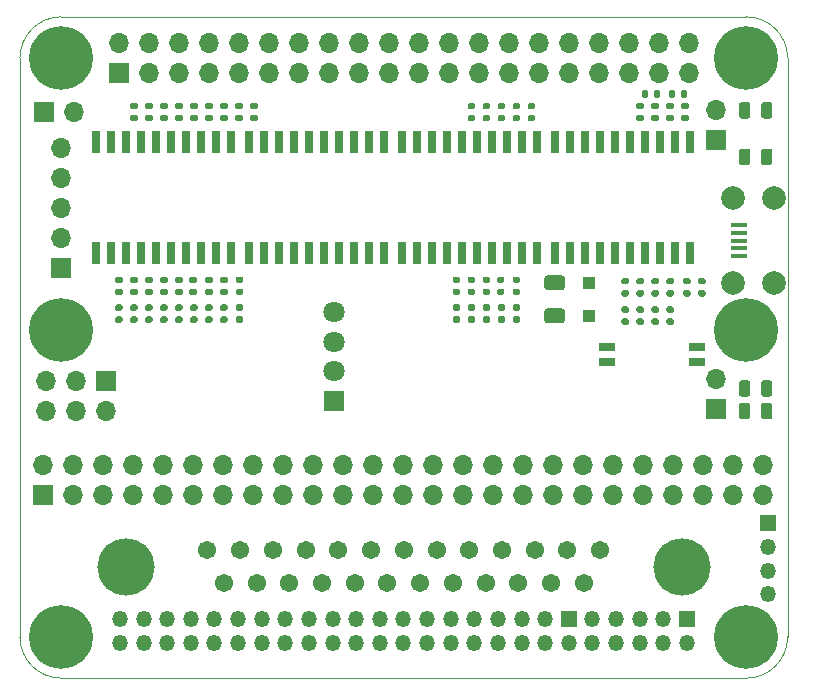
<source format=gbr>
%TF.GenerationSoftware,KiCad,Pcbnew,(5.1.9-16-g1737927814)-1*%
%TF.CreationDate,2021-07-31T16:14:36-05:00*%
%TF.ProjectId,rascsi_2p5,72617363-7369-45f3-9270-352e6b696361,rev?*%
%TF.SameCoordinates,PX59d60c0PY325aa00*%
%TF.FileFunction,Soldermask,Top*%
%TF.FilePolarity,Negative*%
%FSLAX46Y46*%
G04 Gerber Fmt 4.6, Leading zero omitted, Abs format (unit mm)*
G04 Created by KiCad (PCBNEW (5.1.9-16-g1737927814)-1) date 2021-07-31 16:14:36*
%MOMM*%
%LPD*%
G01*
G04 APERTURE LIST*
%TA.AperFunction,Profile*%
%ADD10C,0.050000*%
%TD*%
%ADD11C,1.800000*%
%ADD12R,1.800000X1.800000*%
%ADD13O,1.700000X1.700000*%
%ADD14R,1.700000X1.700000*%
%ADD15C,4.845000*%
%ADD16C,1.545000*%
%ADD17O,1.350000X1.350000*%
%ADD18R,1.350000X1.350000*%
%ADD19R,0.650000X1.950000*%
%ADD20C,2.000000*%
%ADD21R,1.400000X0.400000*%
%ADD22R,1.100000X1.100000*%
%ADD23C,0.800000*%
%ADD24C,5.400000*%
%ADD25R,1.425000X0.750000*%
G04 APERTURE END LIST*
D10*
X83800000Y-45696000D02*
X141800000Y-45696000D01*
X83800000Y-45696000D02*
G75*
G02*
X80300000Y-42196000I0J3500000D01*
G01*
X145300000Y-42196000D02*
G75*
G02*
X141800000Y-45696000I-3500000J0D01*
G01*
X80300000Y6800000D02*
X80300000Y-42196000D01*
X145300000Y6800000D02*
X145300000Y-42196000D01*
X83800000Y10300000D02*
X141800000Y10300000D01*
X80300000Y6800000D02*
G75*
G02*
X83800000Y10300000I3500000J0D01*
G01*
X141800000Y10300000D02*
G75*
G02*
X145300000Y6800000I0J-3500000D01*
G01*
D11*
%TO.C,J20*%
X106910000Y-14700000D03*
X106910000Y-17200000D03*
X106910000Y-19700000D03*
D12*
X106910000Y-22200000D03*
%TD*%
%TO.C,R3*%
G36*
G01*
X136587000Y-12845000D02*
X136957000Y-12845000D01*
G75*
G02*
X137092000Y-12980000I0J-135000D01*
G01*
X137092000Y-13250000D01*
G75*
G02*
X136957000Y-13385000I-135000J0D01*
G01*
X136587000Y-13385000D01*
G75*
G02*
X136452000Y-13250000I0J135000D01*
G01*
X136452000Y-12980000D01*
G75*
G02*
X136587000Y-12845000I135000J0D01*
G01*
G37*
G36*
G01*
X136587000Y-11825000D02*
X136957000Y-11825000D01*
G75*
G02*
X137092000Y-11960000I0J-135000D01*
G01*
X137092000Y-12230000D01*
G75*
G02*
X136957000Y-12365000I-135000J0D01*
G01*
X136587000Y-12365000D01*
G75*
G02*
X136452000Y-12230000I0J135000D01*
G01*
X136452000Y-11960000D01*
G75*
G02*
X136587000Y-11825000I135000J0D01*
G01*
G37*
%TD*%
D13*
%TO.C,J11*%
X139226000Y-20368000D03*
D14*
X139226000Y-22908000D03*
%TD*%
D13*
%TO.C,J5*%
X82530000Y-23040000D03*
X82530000Y-20500000D03*
X85070000Y-23040000D03*
X85070000Y-20500000D03*
X87610000Y-23040000D03*
D14*
X87610000Y-20500000D03*
%TD*%
D15*
%TO.C,J6*%
X89281600Y-36250000D03*
X136321600Y-36250000D03*
D16*
X97566600Y-37670000D03*
X100336600Y-37670000D03*
X103106600Y-37670000D03*
X105876600Y-37670000D03*
X108646600Y-37670000D03*
X111416600Y-37670000D03*
X114186600Y-37670000D03*
X116956600Y-37670000D03*
X119726600Y-37670000D03*
X122496600Y-37670000D03*
X125266600Y-37670000D03*
X128036600Y-37670000D03*
X96181600Y-34830000D03*
X98951600Y-34830000D03*
X101721600Y-34830000D03*
X104491600Y-34830000D03*
X107261600Y-34830000D03*
X110031600Y-34830000D03*
X112801600Y-34830000D03*
X115571600Y-34830000D03*
X118341600Y-34830000D03*
X121111600Y-34830000D03*
X123881600Y-34830000D03*
X126651600Y-34830000D03*
X129421600Y-34830000D03*
%TD*%
D17*
%TO.C,J9*%
X88772000Y-42688000D03*
X88772000Y-40688000D03*
X90772000Y-42688000D03*
X90772000Y-40688000D03*
X92772000Y-42688000D03*
X92772000Y-40688000D03*
X94772000Y-42688000D03*
X94772000Y-40688000D03*
X96772000Y-42688000D03*
X96772000Y-40688000D03*
X98772000Y-42688000D03*
X98772000Y-40688000D03*
X100772000Y-42688000D03*
X100772000Y-40688000D03*
X102772000Y-42688000D03*
X102772000Y-40688000D03*
X104772000Y-42688000D03*
X104772000Y-40688000D03*
X106772000Y-42688000D03*
X106772000Y-40688000D03*
X108772000Y-42688000D03*
X108772000Y-40688000D03*
X110772000Y-42688000D03*
X110772000Y-40688000D03*
X112772000Y-42688000D03*
X112772000Y-40688000D03*
X114772000Y-42688000D03*
X114772000Y-40688000D03*
X116772000Y-42688000D03*
X116772000Y-40688000D03*
X118772000Y-42688000D03*
X118772000Y-40688000D03*
X120772000Y-42688000D03*
X120772000Y-40688000D03*
X122772000Y-42688000D03*
X122772000Y-40688000D03*
X124772000Y-42688000D03*
X124772000Y-40688000D03*
X126772000Y-42688000D03*
D18*
X126772000Y-40688000D03*
D17*
X128772000Y-42688000D03*
X128772000Y-40688000D03*
X130772000Y-42688000D03*
X130772000Y-40688000D03*
X132772000Y-42688000D03*
X132772000Y-40688000D03*
X134772000Y-42688000D03*
X134772000Y-40688000D03*
X136772000Y-42688000D03*
D18*
X136772000Y-40688000D03*
%TD*%
D17*
%TO.C,J10*%
X143630000Y-38592000D03*
X143630000Y-36592000D03*
X143630000Y-34592000D03*
D18*
X143630000Y-32592000D03*
%TD*%
%TO.C,R4*%
G36*
G01*
X137857000Y-12845000D02*
X138227000Y-12845000D01*
G75*
G02*
X138362000Y-12980000I0J-135000D01*
G01*
X138362000Y-13250000D01*
G75*
G02*
X138227000Y-13385000I-135000J0D01*
G01*
X137857000Y-13385000D01*
G75*
G02*
X137722000Y-13250000I0J135000D01*
G01*
X137722000Y-12980000D01*
G75*
G02*
X137857000Y-12845000I135000J0D01*
G01*
G37*
G36*
G01*
X137857000Y-11825000D02*
X138227000Y-11825000D01*
G75*
G02*
X138362000Y-11960000I0J-135000D01*
G01*
X138362000Y-12230000D01*
G75*
G02*
X138227000Y-12365000I-135000J0D01*
G01*
X137857000Y-12365000D01*
G75*
G02*
X137722000Y-12230000I0J135000D01*
G01*
X137722000Y-11960000D01*
G75*
G02*
X137857000Y-11825000I135000J0D01*
G01*
G37*
%TD*%
%TO.C,R2*%
G36*
G01*
X133964000Y3577000D02*
X133964000Y3947000D01*
G75*
G02*
X134099000Y4082000I135000J0D01*
G01*
X134369000Y4082000D01*
G75*
G02*
X134504000Y3947000I0J-135000D01*
G01*
X134504000Y3577000D01*
G75*
G02*
X134369000Y3442000I-135000J0D01*
G01*
X134099000Y3442000D01*
G75*
G02*
X133964000Y3577000I0J135000D01*
G01*
G37*
G36*
G01*
X132944000Y3577000D02*
X132944000Y3947000D01*
G75*
G02*
X133079000Y4082000I135000J0D01*
G01*
X133349000Y4082000D01*
G75*
G02*
X133484000Y3947000I0J-135000D01*
G01*
X133484000Y3577000D01*
G75*
G02*
X133349000Y3442000I-135000J0D01*
G01*
X133079000Y3442000D01*
G75*
G02*
X132944000Y3577000I0J135000D01*
G01*
G37*
%TD*%
%TO.C,R1*%
G36*
G01*
X136252000Y3577000D02*
X136252000Y3947000D01*
G75*
G02*
X136387000Y4082000I135000J0D01*
G01*
X136657000Y4082000D01*
G75*
G02*
X136792000Y3947000I0J-135000D01*
G01*
X136792000Y3577000D01*
G75*
G02*
X136657000Y3442000I-135000J0D01*
G01*
X136387000Y3442000D01*
G75*
G02*
X136252000Y3577000I0J135000D01*
G01*
G37*
G36*
G01*
X135232000Y3577000D02*
X135232000Y3947000D01*
G75*
G02*
X135367000Y4082000I135000J0D01*
G01*
X135637000Y4082000D01*
G75*
G02*
X135772000Y3947000I0J-135000D01*
G01*
X135772000Y3577000D01*
G75*
G02*
X135637000Y3442000I-135000J0D01*
G01*
X135367000Y3442000D01*
G75*
G02*
X135232000Y3577000I0J135000D01*
G01*
G37*
%TD*%
%TO.C,R58*%
G36*
G01*
X99082500Y-14587500D02*
X98712500Y-14587500D01*
G75*
G02*
X98577500Y-14452500I0J135000D01*
G01*
X98577500Y-14182500D01*
G75*
G02*
X98712500Y-14047500I135000J0D01*
G01*
X99082500Y-14047500D01*
G75*
G02*
X99217500Y-14182500I0J-135000D01*
G01*
X99217500Y-14452500D01*
G75*
G02*
X99082500Y-14587500I-135000J0D01*
G01*
G37*
G36*
G01*
X99082500Y-15607500D02*
X98712500Y-15607500D01*
G75*
G02*
X98577500Y-15472500I0J135000D01*
G01*
X98577500Y-15202500D01*
G75*
G02*
X98712500Y-15067500I135000J0D01*
G01*
X99082500Y-15067500D01*
G75*
G02*
X99217500Y-15202500I0J-135000D01*
G01*
X99217500Y-15472500D01*
G75*
G02*
X99082500Y-15607500I-135000J0D01*
G01*
G37*
%TD*%
%TO.C,R57*%
G36*
G01*
X97755000Y-14587500D02*
X97385000Y-14587500D01*
G75*
G02*
X97250000Y-14452500I0J135000D01*
G01*
X97250000Y-14182500D01*
G75*
G02*
X97385000Y-14047500I135000J0D01*
G01*
X97755000Y-14047500D01*
G75*
G02*
X97890000Y-14182500I0J-135000D01*
G01*
X97890000Y-14452500D01*
G75*
G02*
X97755000Y-14587500I-135000J0D01*
G01*
G37*
G36*
G01*
X97755000Y-15607500D02*
X97385000Y-15607500D01*
G75*
G02*
X97250000Y-15472500I0J135000D01*
G01*
X97250000Y-15202500D01*
G75*
G02*
X97385000Y-15067500I135000J0D01*
G01*
X97755000Y-15067500D01*
G75*
G02*
X97890000Y-15202500I0J-135000D01*
G01*
X97890000Y-15472500D01*
G75*
G02*
X97755000Y-15607500I-135000J0D01*
G01*
G37*
%TD*%
%TO.C,R56*%
G36*
G01*
X96485000Y-14587500D02*
X96115000Y-14587500D01*
G75*
G02*
X95980000Y-14452500I0J135000D01*
G01*
X95980000Y-14182500D01*
G75*
G02*
X96115000Y-14047500I135000J0D01*
G01*
X96485000Y-14047500D01*
G75*
G02*
X96620000Y-14182500I0J-135000D01*
G01*
X96620000Y-14452500D01*
G75*
G02*
X96485000Y-14587500I-135000J0D01*
G01*
G37*
G36*
G01*
X96485000Y-15607500D02*
X96115000Y-15607500D01*
G75*
G02*
X95980000Y-15472500I0J135000D01*
G01*
X95980000Y-15202500D01*
G75*
G02*
X96115000Y-15067500I135000J0D01*
G01*
X96485000Y-15067500D01*
G75*
G02*
X96620000Y-15202500I0J-135000D01*
G01*
X96620000Y-15472500D01*
G75*
G02*
X96485000Y-15607500I-135000J0D01*
G01*
G37*
%TD*%
%TO.C,R55*%
G36*
G01*
X95215000Y-14587500D02*
X94845000Y-14587500D01*
G75*
G02*
X94710000Y-14452500I0J135000D01*
G01*
X94710000Y-14182500D01*
G75*
G02*
X94845000Y-14047500I135000J0D01*
G01*
X95215000Y-14047500D01*
G75*
G02*
X95350000Y-14182500I0J-135000D01*
G01*
X95350000Y-14452500D01*
G75*
G02*
X95215000Y-14587500I-135000J0D01*
G01*
G37*
G36*
G01*
X95215000Y-15607500D02*
X94845000Y-15607500D01*
G75*
G02*
X94710000Y-15472500I0J135000D01*
G01*
X94710000Y-15202500D01*
G75*
G02*
X94845000Y-15067500I135000J0D01*
G01*
X95215000Y-15067500D01*
G75*
G02*
X95350000Y-15202500I0J-135000D01*
G01*
X95350000Y-15472500D01*
G75*
G02*
X95215000Y-15607500I-135000J0D01*
G01*
G37*
%TD*%
%TO.C,R54*%
G36*
G01*
X93945000Y-14587500D02*
X93575000Y-14587500D01*
G75*
G02*
X93440000Y-14452500I0J135000D01*
G01*
X93440000Y-14182500D01*
G75*
G02*
X93575000Y-14047500I135000J0D01*
G01*
X93945000Y-14047500D01*
G75*
G02*
X94080000Y-14182500I0J-135000D01*
G01*
X94080000Y-14452500D01*
G75*
G02*
X93945000Y-14587500I-135000J0D01*
G01*
G37*
G36*
G01*
X93945000Y-15607500D02*
X93575000Y-15607500D01*
G75*
G02*
X93440000Y-15472500I0J135000D01*
G01*
X93440000Y-15202500D01*
G75*
G02*
X93575000Y-15067500I135000J0D01*
G01*
X93945000Y-15067500D01*
G75*
G02*
X94080000Y-15202500I0J-135000D01*
G01*
X94080000Y-15472500D01*
G75*
G02*
X93945000Y-15607500I-135000J0D01*
G01*
G37*
%TD*%
%TO.C,R53*%
G36*
G01*
X92675000Y-14587500D02*
X92305000Y-14587500D01*
G75*
G02*
X92170000Y-14452500I0J135000D01*
G01*
X92170000Y-14182500D01*
G75*
G02*
X92305000Y-14047500I135000J0D01*
G01*
X92675000Y-14047500D01*
G75*
G02*
X92810000Y-14182500I0J-135000D01*
G01*
X92810000Y-14452500D01*
G75*
G02*
X92675000Y-14587500I-135000J0D01*
G01*
G37*
G36*
G01*
X92675000Y-15607500D02*
X92305000Y-15607500D01*
G75*
G02*
X92170000Y-15472500I0J135000D01*
G01*
X92170000Y-15202500D01*
G75*
G02*
X92305000Y-15067500I135000J0D01*
G01*
X92675000Y-15067500D01*
G75*
G02*
X92810000Y-15202500I0J-135000D01*
G01*
X92810000Y-15472500D01*
G75*
G02*
X92675000Y-15607500I-135000J0D01*
G01*
G37*
%TD*%
%TO.C,R52*%
G36*
G01*
X91405000Y-14587500D02*
X91035000Y-14587500D01*
G75*
G02*
X90900000Y-14452500I0J135000D01*
G01*
X90900000Y-14182500D01*
G75*
G02*
X91035000Y-14047500I135000J0D01*
G01*
X91405000Y-14047500D01*
G75*
G02*
X91540000Y-14182500I0J-135000D01*
G01*
X91540000Y-14452500D01*
G75*
G02*
X91405000Y-14587500I-135000J0D01*
G01*
G37*
G36*
G01*
X91405000Y-15607500D02*
X91035000Y-15607500D01*
G75*
G02*
X90900000Y-15472500I0J135000D01*
G01*
X90900000Y-15202500D01*
G75*
G02*
X91035000Y-15067500I135000J0D01*
G01*
X91405000Y-15067500D01*
G75*
G02*
X91540000Y-15202500I0J-135000D01*
G01*
X91540000Y-15472500D01*
G75*
G02*
X91405000Y-15607500I-135000J0D01*
G01*
G37*
%TD*%
%TO.C,R51*%
G36*
G01*
X90135000Y-14587500D02*
X89765000Y-14587500D01*
G75*
G02*
X89630000Y-14452500I0J135000D01*
G01*
X89630000Y-14182500D01*
G75*
G02*
X89765000Y-14047500I135000J0D01*
G01*
X90135000Y-14047500D01*
G75*
G02*
X90270000Y-14182500I0J-135000D01*
G01*
X90270000Y-14452500D01*
G75*
G02*
X90135000Y-14587500I-135000J0D01*
G01*
G37*
G36*
G01*
X90135000Y-15607500D02*
X89765000Y-15607500D01*
G75*
G02*
X89630000Y-15472500I0J135000D01*
G01*
X89630000Y-15202500D01*
G75*
G02*
X89765000Y-15067500I135000J0D01*
G01*
X90135000Y-15067500D01*
G75*
G02*
X90270000Y-15202500I0J-135000D01*
G01*
X90270000Y-15472500D01*
G75*
G02*
X90135000Y-15607500I-135000J0D01*
G01*
G37*
%TD*%
%TO.C,R50*%
G36*
G01*
X88865000Y-14587500D02*
X88495000Y-14587500D01*
G75*
G02*
X88360000Y-14452500I0J135000D01*
G01*
X88360000Y-14182500D01*
G75*
G02*
X88495000Y-14047500I135000J0D01*
G01*
X88865000Y-14047500D01*
G75*
G02*
X89000000Y-14182500I0J-135000D01*
G01*
X89000000Y-14452500D01*
G75*
G02*
X88865000Y-14587500I-135000J0D01*
G01*
G37*
G36*
G01*
X88865000Y-15607500D02*
X88495000Y-15607500D01*
G75*
G02*
X88360000Y-15472500I0J135000D01*
G01*
X88360000Y-15202500D01*
G75*
G02*
X88495000Y-15067500I135000J0D01*
G01*
X88865000Y-15067500D01*
G75*
G02*
X89000000Y-15202500I0J-135000D01*
G01*
X89000000Y-15472500D01*
G75*
G02*
X88865000Y-15607500I-135000J0D01*
G01*
G37*
%TD*%
%TO.C,R49*%
G36*
G01*
X122520000Y-14587500D02*
X122150000Y-14587500D01*
G75*
G02*
X122015000Y-14452500I0J135000D01*
G01*
X122015000Y-14182500D01*
G75*
G02*
X122150000Y-14047500I135000J0D01*
G01*
X122520000Y-14047500D01*
G75*
G02*
X122655000Y-14182500I0J-135000D01*
G01*
X122655000Y-14452500D01*
G75*
G02*
X122520000Y-14587500I-135000J0D01*
G01*
G37*
G36*
G01*
X122520000Y-15607500D02*
X122150000Y-15607500D01*
G75*
G02*
X122015000Y-15472500I0J135000D01*
G01*
X122015000Y-15202500D01*
G75*
G02*
X122150000Y-15067500I135000J0D01*
G01*
X122520000Y-15067500D01*
G75*
G02*
X122655000Y-15202500I0J-135000D01*
G01*
X122655000Y-15472500D01*
G75*
G02*
X122520000Y-15607500I-135000J0D01*
G01*
G37*
%TD*%
%TO.C,R48*%
G36*
G01*
X121250000Y-14587500D02*
X120880000Y-14587500D01*
G75*
G02*
X120745000Y-14452500I0J135000D01*
G01*
X120745000Y-14182500D01*
G75*
G02*
X120880000Y-14047500I135000J0D01*
G01*
X121250000Y-14047500D01*
G75*
G02*
X121385000Y-14182500I0J-135000D01*
G01*
X121385000Y-14452500D01*
G75*
G02*
X121250000Y-14587500I-135000J0D01*
G01*
G37*
G36*
G01*
X121250000Y-15607500D02*
X120880000Y-15607500D01*
G75*
G02*
X120745000Y-15472500I0J135000D01*
G01*
X120745000Y-15202500D01*
G75*
G02*
X120880000Y-15067500I135000J0D01*
G01*
X121250000Y-15067500D01*
G75*
G02*
X121385000Y-15202500I0J-135000D01*
G01*
X121385000Y-15472500D01*
G75*
G02*
X121250000Y-15607500I-135000J0D01*
G01*
G37*
%TD*%
%TO.C,R47*%
G36*
G01*
X119980000Y-14587500D02*
X119610000Y-14587500D01*
G75*
G02*
X119475000Y-14452500I0J135000D01*
G01*
X119475000Y-14182500D01*
G75*
G02*
X119610000Y-14047500I135000J0D01*
G01*
X119980000Y-14047500D01*
G75*
G02*
X120115000Y-14182500I0J-135000D01*
G01*
X120115000Y-14452500D01*
G75*
G02*
X119980000Y-14587500I-135000J0D01*
G01*
G37*
G36*
G01*
X119980000Y-15607500D02*
X119610000Y-15607500D01*
G75*
G02*
X119475000Y-15472500I0J135000D01*
G01*
X119475000Y-15202500D01*
G75*
G02*
X119610000Y-15067500I135000J0D01*
G01*
X119980000Y-15067500D01*
G75*
G02*
X120115000Y-15202500I0J-135000D01*
G01*
X120115000Y-15472500D01*
G75*
G02*
X119980000Y-15607500I-135000J0D01*
G01*
G37*
%TD*%
%TO.C,R46*%
G36*
G01*
X118710000Y-14587500D02*
X118340000Y-14587500D01*
G75*
G02*
X118205000Y-14452500I0J135000D01*
G01*
X118205000Y-14182500D01*
G75*
G02*
X118340000Y-14047500I135000J0D01*
G01*
X118710000Y-14047500D01*
G75*
G02*
X118845000Y-14182500I0J-135000D01*
G01*
X118845000Y-14452500D01*
G75*
G02*
X118710000Y-14587500I-135000J0D01*
G01*
G37*
G36*
G01*
X118710000Y-15607500D02*
X118340000Y-15607500D01*
G75*
G02*
X118205000Y-15472500I0J135000D01*
G01*
X118205000Y-15202500D01*
G75*
G02*
X118340000Y-15067500I135000J0D01*
G01*
X118710000Y-15067500D01*
G75*
G02*
X118845000Y-15202500I0J-135000D01*
G01*
X118845000Y-15472500D01*
G75*
G02*
X118710000Y-15607500I-135000J0D01*
G01*
G37*
%TD*%
%TO.C,R45*%
G36*
G01*
X117440000Y-14587500D02*
X117070000Y-14587500D01*
G75*
G02*
X116935000Y-14452500I0J135000D01*
G01*
X116935000Y-14182500D01*
G75*
G02*
X117070000Y-14047500I135000J0D01*
G01*
X117440000Y-14047500D01*
G75*
G02*
X117575000Y-14182500I0J-135000D01*
G01*
X117575000Y-14452500D01*
G75*
G02*
X117440000Y-14587500I-135000J0D01*
G01*
G37*
G36*
G01*
X117440000Y-15607500D02*
X117070000Y-15607500D01*
G75*
G02*
X116935000Y-15472500I0J135000D01*
G01*
X116935000Y-15202500D01*
G75*
G02*
X117070000Y-15067500I135000J0D01*
G01*
X117440000Y-15067500D01*
G75*
G02*
X117575000Y-15202500I0J-135000D01*
G01*
X117575000Y-15472500D01*
G75*
G02*
X117440000Y-15607500I-135000J0D01*
G01*
G37*
%TD*%
%TO.C,R44*%
G36*
G01*
X135537500Y-14762501D02*
X135167500Y-14762501D01*
G75*
G02*
X135032500Y-14627501I0J135000D01*
G01*
X135032500Y-14357501D01*
G75*
G02*
X135167500Y-14222501I135000J0D01*
G01*
X135537500Y-14222501D01*
G75*
G02*
X135672500Y-14357501I0J-135000D01*
G01*
X135672500Y-14627501D01*
G75*
G02*
X135537500Y-14762501I-135000J0D01*
G01*
G37*
G36*
G01*
X135537500Y-15782501D02*
X135167500Y-15782501D01*
G75*
G02*
X135032500Y-15647501I0J135000D01*
G01*
X135032500Y-15377501D01*
G75*
G02*
X135167500Y-15242501I135000J0D01*
G01*
X135537500Y-15242501D01*
G75*
G02*
X135672500Y-15377501I0J-135000D01*
G01*
X135672500Y-15647501D01*
G75*
G02*
X135537500Y-15782501I-135000J0D01*
G01*
G37*
%TD*%
%TO.C,R43*%
G36*
G01*
X134267500Y-14762501D02*
X133897500Y-14762501D01*
G75*
G02*
X133762500Y-14627501I0J135000D01*
G01*
X133762500Y-14357501D01*
G75*
G02*
X133897500Y-14222501I135000J0D01*
G01*
X134267500Y-14222501D01*
G75*
G02*
X134402500Y-14357501I0J-135000D01*
G01*
X134402500Y-14627501D01*
G75*
G02*
X134267500Y-14762501I-135000J0D01*
G01*
G37*
G36*
G01*
X134267500Y-15782501D02*
X133897500Y-15782501D01*
G75*
G02*
X133762500Y-15647501I0J135000D01*
G01*
X133762500Y-15377501D01*
G75*
G02*
X133897500Y-15242501I135000J0D01*
G01*
X134267500Y-15242501D01*
G75*
G02*
X134402500Y-15377501I0J-135000D01*
G01*
X134402500Y-15647501D01*
G75*
G02*
X134267500Y-15782501I-135000J0D01*
G01*
G37*
%TD*%
%TO.C,R42*%
G36*
G01*
X132997500Y-14762501D02*
X132627500Y-14762501D01*
G75*
G02*
X132492500Y-14627501I0J135000D01*
G01*
X132492500Y-14357501D01*
G75*
G02*
X132627500Y-14222501I135000J0D01*
G01*
X132997500Y-14222501D01*
G75*
G02*
X133132500Y-14357501I0J-135000D01*
G01*
X133132500Y-14627501D01*
G75*
G02*
X132997500Y-14762501I-135000J0D01*
G01*
G37*
G36*
G01*
X132997500Y-15782501D02*
X132627500Y-15782501D01*
G75*
G02*
X132492500Y-15647501I0J135000D01*
G01*
X132492500Y-15377501D01*
G75*
G02*
X132627500Y-15242501I135000J0D01*
G01*
X132997500Y-15242501D01*
G75*
G02*
X133132500Y-15377501I0J-135000D01*
G01*
X133132500Y-15647501D01*
G75*
G02*
X132997500Y-15782501I-135000J0D01*
G01*
G37*
%TD*%
%TO.C,R41*%
G36*
G01*
X131727500Y-14762501D02*
X131357500Y-14762501D01*
G75*
G02*
X131222500Y-14627501I0J135000D01*
G01*
X131222500Y-14357501D01*
G75*
G02*
X131357500Y-14222501I135000J0D01*
G01*
X131727500Y-14222501D01*
G75*
G02*
X131862500Y-14357501I0J-135000D01*
G01*
X131862500Y-14627501D01*
G75*
G02*
X131727500Y-14762501I-135000J0D01*
G01*
G37*
G36*
G01*
X131727500Y-15782501D02*
X131357500Y-15782501D01*
G75*
G02*
X131222500Y-15647501I0J135000D01*
G01*
X131222500Y-15377501D01*
G75*
G02*
X131357500Y-15242501I135000J0D01*
G01*
X131727500Y-15242501D01*
G75*
G02*
X131862500Y-15377501I0J-135000D01*
G01*
X131862500Y-15647501D01*
G75*
G02*
X131727500Y-15782501I-135000J0D01*
G01*
G37*
%TD*%
%TO.C,R40*%
G36*
G01*
X98712500Y-12718000D02*
X99082500Y-12718000D01*
G75*
G02*
X99217500Y-12853000I0J-135000D01*
G01*
X99217500Y-13123000D01*
G75*
G02*
X99082500Y-13258000I-135000J0D01*
G01*
X98712500Y-13258000D01*
G75*
G02*
X98577500Y-13123000I0J135000D01*
G01*
X98577500Y-12853000D01*
G75*
G02*
X98712500Y-12718000I135000J0D01*
G01*
G37*
G36*
G01*
X98712500Y-11698000D02*
X99082500Y-11698000D01*
G75*
G02*
X99217500Y-11833000I0J-135000D01*
G01*
X99217500Y-12103000D01*
G75*
G02*
X99082500Y-12238000I-135000J0D01*
G01*
X98712500Y-12238000D01*
G75*
G02*
X98577500Y-12103000I0J135000D01*
G01*
X98577500Y-11833000D01*
G75*
G02*
X98712500Y-11698000I135000J0D01*
G01*
G37*
%TD*%
%TO.C,R39*%
G36*
G01*
X97385000Y-12718000D02*
X97755000Y-12718000D01*
G75*
G02*
X97890000Y-12853000I0J-135000D01*
G01*
X97890000Y-13123000D01*
G75*
G02*
X97755000Y-13258000I-135000J0D01*
G01*
X97385000Y-13258000D01*
G75*
G02*
X97250000Y-13123000I0J135000D01*
G01*
X97250000Y-12853000D01*
G75*
G02*
X97385000Y-12718000I135000J0D01*
G01*
G37*
G36*
G01*
X97385000Y-11698000D02*
X97755000Y-11698000D01*
G75*
G02*
X97890000Y-11833000I0J-135000D01*
G01*
X97890000Y-12103000D01*
G75*
G02*
X97755000Y-12238000I-135000J0D01*
G01*
X97385000Y-12238000D01*
G75*
G02*
X97250000Y-12103000I0J135000D01*
G01*
X97250000Y-11833000D01*
G75*
G02*
X97385000Y-11698000I135000J0D01*
G01*
G37*
%TD*%
%TO.C,R38*%
G36*
G01*
X96115000Y-12718000D02*
X96485000Y-12718000D01*
G75*
G02*
X96620000Y-12853000I0J-135000D01*
G01*
X96620000Y-13123000D01*
G75*
G02*
X96485000Y-13258000I-135000J0D01*
G01*
X96115000Y-13258000D01*
G75*
G02*
X95980000Y-13123000I0J135000D01*
G01*
X95980000Y-12853000D01*
G75*
G02*
X96115000Y-12718000I135000J0D01*
G01*
G37*
G36*
G01*
X96115000Y-11698000D02*
X96485000Y-11698000D01*
G75*
G02*
X96620000Y-11833000I0J-135000D01*
G01*
X96620000Y-12103000D01*
G75*
G02*
X96485000Y-12238000I-135000J0D01*
G01*
X96115000Y-12238000D01*
G75*
G02*
X95980000Y-12103000I0J135000D01*
G01*
X95980000Y-11833000D01*
G75*
G02*
X96115000Y-11698000I135000J0D01*
G01*
G37*
%TD*%
%TO.C,R37*%
G36*
G01*
X94781500Y-12718000D02*
X95151500Y-12718000D01*
G75*
G02*
X95286500Y-12853000I0J-135000D01*
G01*
X95286500Y-13123000D01*
G75*
G02*
X95151500Y-13258000I-135000J0D01*
G01*
X94781500Y-13258000D01*
G75*
G02*
X94646500Y-13123000I0J135000D01*
G01*
X94646500Y-12853000D01*
G75*
G02*
X94781500Y-12718000I135000J0D01*
G01*
G37*
G36*
G01*
X94781500Y-11698000D02*
X95151500Y-11698000D01*
G75*
G02*
X95286500Y-11833000I0J-135000D01*
G01*
X95286500Y-12103000D01*
G75*
G02*
X95151500Y-12238000I-135000J0D01*
G01*
X94781500Y-12238000D01*
G75*
G02*
X94646500Y-12103000I0J135000D01*
G01*
X94646500Y-11833000D01*
G75*
G02*
X94781500Y-11698000I135000J0D01*
G01*
G37*
%TD*%
%TO.C,R36*%
G36*
G01*
X93575000Y-12718000D02*
X93945000Y-12718000D01*
G75*
G02*
X94080000Y-12853000I0J-135000D01*
G01*
X94080000Y-13123000D01*
G75*
G02*
X93945000Y-13258000I-135000J0D01*
G01*
X93575000Y-13258000D01*
G75*
G02*
X93440000Y-13123000I0J135000D01*
G01*
X93440000Y-12853000D01*
G75*
G02*
X93575000Y-12718000I135000J0D01*
G01*
G37*
G36*
G01*
X93575000Y-11698000D02*
X93945000Y-11698000D01*
G75*
G02*
X94080000Y-11833000I0J-135000D01*
G01*
X94080000Y-12103000D01*
G75*
G02*
X93945000Y-12238000I-135000J0D01*
G01*
X93575000Y-12238000D01*
G75*
G02*
X93440000Y-12103000I0J135000D01*
G01*
X93440000Y-11833000D01*
G75*
G02*
X93575000Y-11698000I135000J0D01*
G01*
G37*
%TD*%
%TO.C,R35*%
G36*
G01*
X92305000Y-12718000D02*
X92675000Y-12718000D01*
G75*
G02*
X92810000Y-12853000I0J-135000D01*
G01*
X92810000Y-13123000D01*
G75*
G02*
X92675000Y-13258000I-135000J0D01*
G01*
X92305000Y-13258000D01*
G75*
G02*
X92170000Y-13123000I0J135000D01*
G01*
X92170000Y-12853000D01*
G75*
G02*
X92305000Y-12718000I135000J0D01*
G01*
G37*
G36*
G01*
X92305000Y-11698000D02*
X92675000Y-11698000D01*
G75*
G02*
X92810000Y-11833000I0J-135000D01*
G01*
X92810000Y-12103000D01*
G75*
G02*
X92675000Y-12238000I-135000J0D01*
G01*
X92305000Y-12238000D01*
G75*
G02*
X92170000Y-12103000I0J135000D01*
G01*
X92170000Y-11833000D01*
G75*
G02*
X92305000Y-11698000I135000J0D01*
G01*
G37*
%TD*%
%TO.C,R34*%
G36*
G01*
X91035000Y-12718000D02*
X91405000Y-12718000D01*
G75*
G02*
X91540000Y-12853000I0J-135000D01*
G01*
X91540000Y-13123000D01*
G75*
G02*
X91405000Y-13258000I-135000J0D01*
G01*
X91035000Y-13258000D01*
G75*
G02*
X90900000Y-13123000I0J135000D01*
G01*
X90900000Y-12853000D01*
G75*
G02*
X91035000Y-12718000I135000J0D01*
G01*
G37*
G36*
G01*
X91035000Y-11698000D02*
X91405000Y-11698000D01*
G75*
G02*
X91540000Y-11833000I0J-135000D01*
G01*
X91540000Y-12103000D01*
G75*
G02*
X91405000Y-12238000I-135000J0D01*
G01*
X91035000Y-12238000D01*
G75*
G02*
X90900000Y-12103000I0J135000D01*
G01*
X90900000Y-11833000D01*
G75*
G02*
X91035000Y-11698000I135000J0D01*
G01*
G37*
%TD*%
%TO.C,R33*%
G36*
G01*
X89765000Y-12718000D02*
X90135000Y-12718000D01*
G75*
G02*
X90270000Y-12853000I0J-135000D01*
G01*
X90270000Y-13123000D01*
G75*
G02*
X90135000Y-13258000I-135000J0D01*
G01*
X89765000Y-13258000D01*
G75*
G02*
X89630000Y-13123000I0J135000D01*
G01*
X89630000Y-12853000D01*
G75*
G02*
X89765000Y-12718000I135000J0D01*
G01*
G37*
G36*
G01*
X89765000Y-11698000D02*
X90135000Y-11698000D01*
G75*
G02*
X90270000Y-11833000I0J-135000D01*
G01*
X90270000Y-12103000D01*
G75*
G02*
X90135000Y-12238000I-135000J0D01*
G01*
X89765000Y-12238000D01*
G75*
G02*
X89630000Y-12103000I0J135000D01*
G01*
X89630000Y-11833000D01*
G75*
G02*
X89765000Y-11698000I135000J0D01*
G01*
G37*
%TD*%
%TO.C,R32*%
G36*
G01*
X88495000Y-12718000D02*
X88865000Y-12718000D01*
G75*
G02*
X89000000Y-12853000I0J-135000D01*
G01*
X89000000Y-13123000D01*
G75*
G02*
X88865000Y-13258000I-135000J0D01*
G01*
X88495000Y-13258000D01*
G75*
G02*
X88360000Y-13123000I0J135000D01*
G01*
X88360000Y-12853000D01*
G75*
G02*
X88495000Y-12718000I135000J0D01*
G01*
G37*
G36*
G01*
X88495000Y-11698000D02*
X88865000Y-11698000D01*
G75*
G02*
X89000000Y-11833000I0J-135000D01*
G01*
X89000000Y-12103000D01*
G75*
G02*
X88865000Y-12238000I-135000J0D01*
G01*
X88495000Y-12238000D01*
G75*
G02*
X88360000Y-12103000I0J135000D01*
G01*
X88360000Y-11833000D01*
G75*
G02*
X88495000Y-11698000I135000J0D01*
G01*
G37*
%TD*%
%TO.C,R31*%
G36*
G01*
X122150000Y-12718000D02*
X122520000Y-12718000D01*
G75*
G02*
X122655000Y-12853000I0J-135000D01*
G01*
X122655000Y-13123000D01*
G75*
G02*
X122520000Y-13258000I-135000J0D01*
G01*
X122150000Y-13258000D01*
G75*
G02*
X122015000Y-13123000I0J135000D01*
G01*
X122015000Y-12853000D01*
G75*
G02*
X122150000Y-12718000I135000J0D01*
G01*
G37*
G36*
G01*
X122150000Y-11698000D02*
X122520000Y-11698000D01*
G75*
G02*
X122655000Y-11833000I0J-135000D01*
G01*
X122655000Y-12103000D01*
G75*
G02*
X122520000Y-12238000I-135000J0D01*
G01*
X122150000Y-12238000D01*
G75*
G02*
X122015000Y-12103000I0J135000D01*
G01*
X122015000Y-11833000D01*
G75*
G02*
X122150000Y-11698000I135000J0D01*
G01*
G37*
%TD*%
%TO.C,R30*%
G36*
G01*
X120816500Y-12718000D02*
X121186500Y-12718000D01*
G75*
G02*
X121321500Y-12853000I0J-135000D01*
G01*
X121321500Y-13123000D01*
G75*
G02*
X121186500Y-13258000I-135000J0D01*
G01*
X120816500Y-13258000D01*
G75*
G02*
X120681500Y-13123000I0J135000D01*
G01*
X120681500Y-12853000D01*
G75*
G02*
X120816500Y-12718000I135000J0D01*
G01*
G37*
G36*
G01*
X120816500Y-11698000D02*
X121186500Y-11698000D01*
G75*
G02*
X121321500Y-11833000I0J-135000D01*
G01*
X121321500Y-12103000D01*
G75*
G02*
X121186500Y-12238000I-135000J0D01*
G01*
X120816500Y-12238000D01*
G75*
G02*
X120681500Y-12103000I0J135000D01*
G01*
X120681500Y-11833000D01*
G75*
G02*
X120816500Y-11698000I135000J0D01*
G01*
G37*
%TD*%
%TO.C,R29*%
G36*
G01*
X119610000Y-12718000D02*
X119980000Y-12718000D01*
G75*
G02*
X120115000Y-12853000I0J-135000D01*
G01*
X120115000Y-13123000D01*
G75*
G02*
X119980000Y-13258000I-135000J0D01*
G01*
X119610000Y-13258000D01*
G75*
G02*
X119475000Y-13123000I0J135000D01*
G01*
X119475000Y-12853000D01*
G75*
G02*
X119610000Y-12718000I135000J0D01*
G01*
G37*
G36*
G01*
X119610000Y-11698000D02*
X119980000Y-11698000D01*
G75*
G02*
X120115000Y-11833000I0J-135000D01*
G01*
X120115000Y-12103000D01*
G75*
G02*
X119980000Y-12238000I-135000J0D01*
G01*
X119610000Y-12238000D01*
G75*
G02*
X119475000Y-12103000I0J135000D01*
G01*
X119475000Y-11833000D01*
G75*
G02*
X119610000Y-11698000I135000J0D01*
G01*
G37*
%TD*%
%TO.C,R28*%
G36*
G01*
X118340000Y-12718000D02*
X118710000Y-12718000D01*
G75*
G02*
X118845000Y-12853000I0J-135000D01*
G01*
X118845000Y-13123000D01*
G75*
G02*
X118710000Y-13258000I-135000J0D01*
G01*
X118340000Y-13258000D01*
G75*
G02*
X118205000Y-13123000I0J135000D01*
G01*
X118205000Y-12853000D01*
G75*
G02*
X118340000Y-12718000I135000J0D01*
G01*
G37*
G36*
G01*
X118340000Y-11698000D02*
X118710000Y-11698000D01*
G75*
G02*
X118845000Y-11833000I0J-135000D01*
G01*
X118845000Y-12103000D01*
G75*
G02*
X118710000Y-12238000I-135000J0D01*
G01*
X118340000Y-12238000D01*
G75*
G02*
X118205000Y-12103000I0J135000D01*
G01*
X118205000Y-11833000D01*
G75*
G02*
X118340000Y-11698000I135000J0D01*
G01*
G37*
%TD*%
%TO.C,R27*%
G36*
G01*
X117070000Y-12718000D02*
X117440000Y-12718000D01*
G75*
G02*
X117575000Y-12853000I0J-135000D01*
G01*
X117575000Y-13123000D01*
G75*
G02*
X117440000Y-13258000I-135000J0D01*
G01*
X117070000Y-13258000D01*
G75*
G02*
X116935000Y-13123000I0J135000D01*
G01*
X116935000Y-12853000D01*
G75*
G02*
X117070000Y-12718000I135000J0D01*
G01*
G37*
G36*
G01*
X117070000Y-11698000D02*
X117440000Y-11698000D01*
G75*
G02*
X117575000Y-11833000I0J-135000D01*
G01*
X117575000Y-12103000D01*
G75*
G02*
X117440000Y-12238000I-135000J0D01*
G01*
X117070000Y-12238000D01*
G75*
G02*
X116935000Y-12103000I0J135000D01*
G01*
X116935000Y-11833000D01*
G75*
G02*
X117070000Y-11698000I135000J0D01*
G01*
G37*
%TD*%
%TO.C,R26*%
G36*
G01*
X135167500Y-12845000D02*
X135537500Y-12845000D01*
G75*
G02*
X135672500Y-12980000I0J-135000D01*
G01*
X135672500Y-13250000D01*
G75*
G02*
X135537500Y-13385000I-135000J0D01*
G01*
X135167500Y-13385000D01*
G75*
G02*
X135032500Y-13250000I0J135000D01*
G01*
X135032500Y-12980000D01*
G75*
G02*
X135167500Y-12845000I135000J0D01*
G01*
G37*
G36*
G01*
X135167500Y-11825000D02*
X135537500Y-11825000D01*
G75*
G02*
X135672500Y-11960000I0J-135000D01*
G01*
X135672500Y-12230000D01*
G75*
G02*
X135537500Y-12365000I-135000J0D01*
G01*
X135167500Y-12365000D01*
G75*
G02*
X135032500Y-12230000I0J135000D01*
G01*
X135032500Y-11960000D01*
G75*
G02*
X135167500Y-11825000I135000J0D01*
G01*
G37*
%TD*%
%TO.C,R25*%
G36*
G01*
X133897500Y-12845000D02*
X134267500Y-12845000D01*
G75*
G02*
X134402500Y-12980000I0J-135000D01*
G01*
X134402500Y-13250000D01*
G75*
G02*
X134267500Y-13385000I-135000J0D01*
G01*
X133897500Y-13385000D01*
G75*
G02*
X133762500Y-13250000I0J135000D01*
G01*
X133762500Y-12980000D01*
G75*
G02*
X133897500Y-12845000I135000J0D01*
G01*
G37*
G36*
G01*
X133897500Y-11825000D02*
X134267500Y-11825000D01*
G75*
G02*
X134402500Y-11960000I0J-135000D01*
G01*
X134402500Y-12230000D01*
G75*
G02*
X134267500Y-12365000I-135000J0D01*
G01*
X133897500Y-12365000D01*
G75*
G02*
X133762500Y-12230000I0J135000D01*
G01*
X133762500Y-11960000D01*
G75*
G02*
X133897500Y-11825000I135000J0D01*
G01*
G37*
%TD*%
%TO.C,R24*%
G36*
G01*
X132627500Y-12845000D02*
X132997500Y-12845000D01*
G75*
G02*
X133132500Y-12980000I0J-135000D01*
G01*
X133132500Y-13250000D01*
G75*
G02*
X132997500Y-13385000I-135000J0D01*
G01*
X132627500Y-13385000D01*
G75*
G02*
X132492500Y-13250000I0J135000D01*
G01*
X132492500Y-12980000D01*
G75*
G02*
X132627500Y-12845000I135000J0D01*
G01*
G37*
G36*
G01*
X132627500Y-11825000D02*
X132997500Y-11825000D01*
G75*
G02*
X133132500Y-11960000I0J-135000D01*
G01*
X133132500Y-12230000D01*
G75*
G02*
X132997500Y-12365000I-135000J0D01*
G01*
X132627500Y-12365000D01*
G75*
G02*
X132492500Y-12230000I0J135000D01*
G01*
X132492500Y-11960000D01*
G75*
G02*
X132627500Y-11825000I135000J0D01*
G01*
G37*
%TD*%
%TO.C,R23*%
G36*
G01*
X131357500Y-12845000D02*
X131727500Y-12845000D01*
G75*
G02*
X131862500Y-12980000I0J-135000D01*
G01*
X131862500Y-13250000D01*
G75*
G02*
X131727500Y-13385000I-135000J0D01*
G01*
X131357500Y-13385000D01*
G75*
G02*
X131222500Y-13250000I0J135000D01*
G01*
X131222500Y-12980000D01*
G75*
G02*
X131357500Y-12845000I135000J0D01*
G01*
G37*
G36*
G01*
X131357500Y-11825000D02*
X131727500Y-11825000D01*
G75*
G02*
X131862500Y-11960000I0J-135000D01*
G01*
X131862500Y-12230000D01*
G75*
G02*
X131727500Y-12365000I-135000J0D01*
G01*
X131357500Y-12365000D01*
G75*
G02*
X131222500Y-12230000I0J135000D01*
G01*
X131222500Y-11960000D01*
G75*
G02*
X131357500Y-11825000I135000J0D01*
G01*
G37*
%TD*%
%TO.C,R22*%
G36*
G01*
X99925000Y1991000D02*
X100295000Y1991000D01*
G75*
G02*
X100430000Y1856000I0J-135000D01*
G01*
X100430000Y1586000D01*
G75*
G02*
X100295000Y1451000I-135000J0D01*
G01*
X99925000Y1451000D01*
G75*
G02*
X99790000Y1586000I0J135000D01*
G01*
X99790000Y1856000D01*
G75*
G02*
X99925000Y1991000I135000J0D01*
G01*
G37*
G36*
G01*
X99925000Y3011000D02*
X100295000Y3011000D01*
G75*
G02*
X100430000Y2876000I0J-135000D01*
G01*
X100430000Y2606000D01*
G75*
G02*
X100295000Y2471000I-135000J0D01*
G01*
X99925000Y2471000D01*
G75*
G02*
X99790000Y2606000I0J135000D01*
G01*
X99790000Y2876000D01*
G75*
G02*
X99925000Y3011000I135000J0D01*
G01*
G37*
%TD*%
%TO.C,R21*%
G36*
G01*
X98655000Y1991000D02*
X99025000Y1991000D01*
G75*
G02*
X99160000Y1856000I0J-135000D01*
G01*
X99160000Y1586000D01*
G75*
G02*
X99025000Y1451000I-135000J0D01*
G01*
X98655000Y1451000D01*
G75*
G02*
X98520000Y1586000I0J135000D01*
G01*
X98520000Y1856000D01*
G75*
G02*
X98655000Y1991000I135000J0D01*
G01*
G37*
G36*
G01*
X98655000Y3011000D02*
X99025000Y3011000D01*
G75*
G02*
X99160000Y2876000I0J-135000D01*
G01*
X99160000Y2606000D01*
G75*
G02*
X99025000Y2471000I-135000J0D01*
G01*
X98655000Y2471000D01*
G75*
G02*
X98520000Y2606000I0J135000D01*
G01*
X98520000Y2876000D01*
G75*
G02*
X98655000Y3011000I135000J0D01*
G01*
G37*
%TD*%
%TO.C,R20*%
G36*
G01*
X97385000Y1991000D02*
X97755000Y1991000D01*
G75*
G02*
X97890000Y1856000I0J-135000D01*
G01*
X97890000Y1586000D01*
G75*
G02*
X97755000Y1451000I-135000J0D01*
G01*
X97385000Y1451000D01*
G75*
G02*
X97250000Y1586000I0J135000D01*
G01*
X97250000Y1856000D01*
G75*
G02*
X97385000Y1991000I135000J0D01*
G01*
G37*
G36*
G01*
X97385000Y3011000D02*
X97755000Y3011000D01*
G75*
G02*
X97890000Y2876000I0J-135000D01*
G01*
X97890000Y2606000D01*
G75*
G02*
X97755000Y2471000I-135000J0D01*
G01*
X97385000Y2471000D01*
G75*
G02*
X97250000Y2606000I0J135000D01*
G01*
X97250000Y2876000D01*
G75*
G02*
X97385000Y3011000I135000J0D01*
G01*
G37*
%TD*%
%TO.C,R19*%
G36*
G01*
X96115000Y1991000D02*
X96485000Y1991000D01*
G75*
G02*
X96620000Y1856000I0J-135000D01*
G01*
X96620000Y1586000D01*
G75*
G02*
X96485000Y1451000I-135000J0D01*
G01*
X96115000Y1451000D01*
G75*
G02*
X95980000Y1586000I0J135000D01*
G01*
X95980000Y1856000D01*
G75*
G02*
X96115000Y1991000I135000J0D01*
G01*
G37*
G36*
G01*
X96115000Y3011000D02*
X96485000Y3011000D01*
G75*
G02*
X96620000Y2876000I0J-135000D01*
G01*
X96620000Y2606000D01*
G75*
G02*
X96485000Y2471000I-135000J0D01*
G01*
X96115000Y2471000D01*
G75*
G02*
X95980000Y2606000I0J135000D01*
G01*
X95980000Y2876000D01*
G75*
G02*
X96115000Y3011000I135000J0D01*
G01*
G37*
%TD*%
%TO.C,R18*%
G36*
G01*
X94845000Y1991000D02*
X95215000Y1991000D01*
G75*
G02*
X95350000Y1856000I0J-135000D01*
G01*
X95350000Y1586000D01*
G75*
G02*
X95215000Y1451000I-135000J0D01*
G01*
X94845000Y1451000D01*
G75*
G02*
X94710000Y1586000I0J135000D01*
G01*
X94710000Y1856000D01*
G75*
G02*
X94845000Y1991000I135000J0D01*
G01*
G37*
G36*
G01*
X94845000Y3011000D02*
X95215000Y3011000D01*
G75*
G02*
X95350000Y2876000I0J-135000D01*
G01*
X95350000Y2606000D01*
G75*
G02*
X95215000Y2471000I-135000J0D01*
G01*
X94845000Y2471000D01*
G75*
G02*
X94710000Y2606000I0J135000D01*
G01*
X94710000Y2876000D01*
G75*
G02*
X94845000Y3011000I135000J0D01*
G01*
G37*
%TD*%
%TO.C,R17*%
G36*
G01*
X93575000Y1991000D02*
X93945000Y1991000D01*
G75*
G02*
X94080000Y1856000I0J-135000D01*
G01*
X94080000Y1586000D01*
G75*
G02*
X93945000Y1451000I-135000J0D01*
G01*
X93575000Y1451000D01*
G75*
G02*
X93440000Y1586000I0J135000D01*
G01*
X93440000Y1856000D01*
G75*
G02*
X93575000Y1991000I135000J0D01*
G01*
G37*
G36*
G01*
X93575000Y3011000D02*
X93945000Y3011000D01*
G75*
G02*
X94080000Y2876000I0J-135000D01*
G01*
X94080000Y2606000D01*
G75*
G02*
X93945000Y2471000I-135000J0D01*
G01*
X93575000Y2471000D01*
G75*
G02*
X93440000Y2606000I0J135000D01*
G01*
X93440000Y2876000D01*
G75*
G02*
X93575000Y3011000I135000J0D01*
G01*
G37*
%TD*%
%TO.C,R16*%
G36*
G01*
X92305000Y1991000D02*
X92675000Y1991000D01*
G75*
G02*
X92810000Y1856000I0J-135000D01*
G01*
X92810000Y1586000D01*
G75*
G02*
X92675000Y1451000I-135000J0D01*
G01*
X92305000Y1451000D01*
G75*
G02*
X92170000Y1586000I0J135000D01*
G01*
X92170000Y1856000D01*
G75*
G02*
X92305000Y1991000I135000J0D01*
G01*
G37*
G36*
G01*
X92305000Y3011000D02*
X92675000Y3011000D01*
G75*
G02*
X92810000Y2876000I0J-135000D01*
G01*
X92810000Y2606000D01*
G75*
G02*
X92675000Y2471000I-135000J0D01*
G01*
X92305000Y2471000D01*
G75*
G02*
X92170000Y2606000I0J135000D01*
G01*
X92170000Y2876000D01*
G75*
G02*
X92305000Y3011000I135000J0D01*
G01*
G37*
%TD*%
%TO.C,R15*%
G36*
G01*
X91035000Y1991000D02*
X91405000Y1991000D01*
G75*
G02*
X91540000Y1856000I0J-135000D01*
G01*
X91540000Y1586000D01*
G75*
G02*
X91405000Y1451000I-135000J0D01*
G01*
X91035000Y1451000D01*
G75*
G02*
X90900000Y1586000I0J135000D01*
G01*
X90900000Y1856000D01*
G75*
G02*
X91035000Y1991000I135000J0D01*
G01*
G37*
G36*
G01*
X91035000Y3011000D02*
X91405000Y3011000D01*
G75*
G02*
X91540000Y2876000I0J-135000D01*
G01*
X91540000Y2606000D01*
G75*
G02*
X91405000Y2471000I-135000J0D01*
G01*
X91035000Y2471000D01*
G75*
G02*
X90900000Y2606000I0J135000D01*
G01*
X90900000Y2876000D01*
G75*
G02*
X91035000Y3011000I135000J0D01*
G01*
G37*
%TD*%
%TO.C,R14*%
G36*
G01*
X89765000Y1991000D02*
X90135000Y1991000D01*
G75*
G02*
X90270000Y1856000I0J-135000D01*
G01*
X90270000Y1586000D01*
G75*
G02*
X90135000Y1451000I-135000J0D01*
G01*
X89765000Y1451000D01*
G75*
G02*
X89630000Y1586000I0J135000D01*
G01*
X89630000Y1856000D01*
G75*
G02*
X89765000Y1991000I135000J0D01*
G01*
G37*
G36*
G01*
X89765000Y3011000D02*
X90135000Y3011000D01*
G75*
G02*
X90270000Y2876000I0J-135000D01*
G01*
X90270000Y2606000D01*
G75*
G02*
X90135000Y2471000I-135000J0D01*
G01*
X89765000Y2471000D01*
G75*
G02*
X89630000Y2606000I0J135000D01*
G01*
X89630000Y2876000D01*
G75*
G02*
X89765000Y3011000I135000J0D01*
G01*
G37*
%TD*%
%TO.C,R13*%
G36*
G01*
X123420000Y1991000D02*
X123790000Y1991000D01*
G75*
G02*
X123925000Y1856000I0J-135000D01*
G01*
X123925000Y1586000D01*
G75*
G02*
X123790000Y1451000I-135000J0D01*
G01*
X123420000Y1451000D01*
G75*
G02*
X123285000Y1586000I0J135000D01*
G01*
X123285000Y1856000D01*
G75*
G02*
X123420000Y1991000I135000J0D01*
G01*
G37*
G36*
G01*
X123420000Y3011000D02*
X123790000Y3011000D01*
G75*
G02*
X123925000Y2876000I0J-135000D01*
G01*
X123925000Y2606000D01*
G75*
G02*
X123790000Y2471000I-135000J0D01*
G01*
X123420000Y2471000D01*
G75*
G02*
X123285000Y2606000I0J135000D01*
G01*
X123285000Y2876000D01*
G75*
G02*
X123420000Y3011000I135000J0D01*
G01*
G37*
%TD*%
%TO.C,R12*%
G36*
G01*
X122150000Y1991000D02*
X122520000Y1991000D01*
G75*
G02*
X122655000Y1856000I0J-135000D01*
G01*
X122655000Y1586000D01*
G75*
G02*
X122520000Y1451000I-135000J0D01*
G01*
X122150000Y1451000D01*
G75*
G02*
X122015000Y1586000I0J135000D01*
G01*
X122015000Y1856000D01*
G75*
G02*
X122150000Y1991000I135000J0D01*
G01*
G37*
G36*
G01*
X122150000Y3011000D02*
X122520000Y3011000D01*
G75*
G02*
X122655000Y2876000I0J-135000D01*
G01*
X122655000Y2606000D01*
G75*
G02*
X122520000Y2471000I-135000J0D01*
G01*
X122150000Y2471000D01*
G75*
G02*
X122015000Y2606000I0J135000D01*
G01*
X122015000Y2876000D01*
G75*
G02*
X122150000Y3011000I135000J0D01*
G01*
G37*
%TD*%
%TO.C,R11*%
G36*
G01*
X120880000Y1991000D02*
X121250000Y1991000D01*
G75*
G02*
X121385000Y1856000I0J-135000D01*
G01*
X121385000Y1586000D01*
G75*
G02*
X121250000Y1451000I-135000J0D01*
G01*
X120880000Y1451000D01*
G75*
G02*
X120745000Y1586000I0J135000D01*
G01*
X120745000Y1856000D01*
G75*
G02*
X120880000Y1991000I135000J0D01*
G01*
G37*
G36*
G01*
X120880000Y3011000D02*
X121250000Y3011000D01*
G75*
G02*
X121385000Y2876000I0J-135000D01*
G01*
X121385000Y2606000D01*
G75*
G02*
X121250000Y2471000I-135000J0D01*
G01*
X120880000Y2471000D01*
G75*
G02*
X120745000Y2606000I0J135000D01*
G01*
X120745000Y2876000D01*
G75*
G02*
X120880000Y3011000I135000J0D01*
G01*
G37*
%TD*%
%TO.C,R10*%
G36*
G01*
X119610000Y1991000D02*
X119980000Y1991000D01*
G75*
G02*
X120115000Y1856000I0J-135000D01*
G01*
X120115000Y1586000D01*
G75*
G02*
X119980000Y1451000I-135000J0D01*
G01*
X119610000Y1451000D01*
G75*
G02*
X119475000Y1586000I0J135000D01*
G01*
X119475000Y1856000D01*
G75*
G02*
X119610000Y1991000I135000J0D01*
G01*
G37*
G36*
G01*
X119610000Y3011000D02*
X119980000Y3011000D01*
G75*
G02*
X120115000Y2876000I0J-135000D01*
G01*
X120115000Y2606000D01*
G75*
G02*
X119980000Y2471000I-135000J0D01*
G01*
X119610000Y2471000D01*
G75*
G02*
X119475000Y2606000I0J135000D01*
G01*
X119475000Y2876000D01*
G75*
G02*
X119610000Y3011000I135000J0D01*
G01*
G37*
%TD*%
%TO.C,R9*%
G36*
G01*
X118340000Y1991000D02*
X118710000Y1991000D01*
G75*
G02*
X118845000Y1856000I0J-135000D01*
G01*
X118845000Y1586000D01*
G75*
G02*
X118710000Y1451000I-135000J0D01*
G01*
X118340000Y1451000D01*
G75*
G02*
X118205000Y1586000I0J135000D01*
G01*
X118205000Y1856000D01*
G75*
G02*
X118340000Y1991000I135000J0D01*
G01*
G37*
G36*
G01*
X118340000Y3011000D02*
X118710000Y3011000D01*
G75*
G02*
X118845000Y2876000I0J-135000D01*
G01*
X118845000Y2606000D01*
G75*
G02*
X118710000Y2471000I-135000J0D01*
G01*
X118340000Y2471000D01*
G75*
G02*
X118205000Y2606000I0J135000D01*
G01*
X118205000Y2876000D01*
G75*
G02*
X118340000Y3011000I135000J0D01*
G01*
G37*
%TD*%
%TO.C,R8*%
G36*
G01*
X136437500Y1991000D02*
X136807500Y1991000D01*
G75*
G02*
X136942500Y1856000I0J-135000D01*
G01*
X136942500Y1586000D01*
G75*
G02*
X136807500Y1451000I-135000J0D01*
G01*
X136437500Y1451000D01*
G75*
G02*
X136302500Y1586000I0J135000D01*
G01*
X136302500Y1856000D01*
G75*
G02*
X136437500Y1991000I135000J0D01*
G01*
G37*
G36*
G01*
X136437500Y3011000D02*
X136807500Y3011000D01*
G75*
G02*
X136942500Y2876000I0J-135000D01*
G01*
X136942500Y2606000D01*
G75*
G02*
X136807500Y2471000I-135000J0D01*
G01*
X136437500Y2471000D01*
G75*
G02*
X136302500Y2606000I0J135000D01*
G01*
X136302500Y2876000D01*
G75*
G02*
X136437500Y3011000I135000J0D01*
G01*
G37*
%TD*%
%TO.C,R7*%
G36*
G01*
X135167500Y1991000D02*
X135537500Y1991000D01*
G75*
G02*
X135672500Y1856000I0J-135000D01*
G01*
X135672500Y1586000D01*
G75*
G02*
X135537500Y1451000I-135000J0D01*
G01*
X135167500Y1451000D01*
G75*
G02*
X135032500Y1586000I0J135000D01*
G01*
X135032500Y1856000D01*
G75*
G02*
X135167500Y1991000I135000J0D01*
G01*
G37*
G36*
G01*
X135167500Y3011000D02*
X135537500Y3011000D01*
G75*
G02*
X135672500Y2876000I0J-135000D01*
G01*
X135672500Y2606000D01*
G75*
G02*
X135537500Y2471000I-135000J0D01*
G01*
X135167500Y2471000D01*
G75*
G02*
X135032500Y2606000I0J135000D01*
G01*
X135032500Y2876000D01*
G75*
G02*
X135167500Y3011000I135000J0D01*
G01*
G37*
%TD*%
%TO.C,R6*%
G36*
G01*
X133897500Y1991000D02*
X134267500Y1991000D01*
G75*
G02*
X134402500Y1856000I0J-135000D01*
G01*
X134402500Y1586000D01*
G75*
G02*
X134267500Y1451000I-135000J0D01*
G01*
X133897500Y1451000D01*
G75*
G02*
X133762500Y1586000I0J135000D01*
G01*
X133762500Y1856000D01*
G75*
G02*
X133897500Y1991000I135000J0D01*
G01*
G37*
G36*
G01*
X133897500Y3011000D02*
X134267500Y3011000D01*
G75*
G02*
X134402500Y2876000I0J-135000D01*
G01*
X134402500Y2606000D01*
G75*
G02*
X134267500Y2471000I-135000J0D01*
G01*
X133897500Y2471000D01*
G75*
G02*
X133762500Y2606000I0J135000D01*
G01*
X133762500Y2876000D01*
G75*
G02*
X133897500Y3011000I135000J0D01*
G01*
G37*
%TD*%
%TO.C,R5*%
G36*
G01*
X132627500Y1991000D02*
X132997500Y1991000D01*
G75*
G02*
X133132500Y1856000I0J-135000D01*
G01*
X133132500Y1586000D01*
G75*
G02*
X132997500Y1451000I-135000J0D01*
G01*
X132627500Y1451000D01*
G75*
G02*
X132492500Y1586000I0J135000D01*
G01*
X132492500Y1856000D01*
G75*
G02*
X132627500Y1991000I135000J0D01*
G01*
G37*
G36*
G01*
X132627500Y3011000D02*
X132997500Y3011000D01*
G75*
G02*
X133132500Y2876000I0J-135000D01*
G01*
X133132500Y2606000D01*
G75*
G02*
X132997500Y2471000I-135000J0D01*
G01*
X132627500Y2471000D01*
G75*
G02*
X132492500Y2606000I0J135000D01*
G01*
X132492500Y2876000D01*
G75*
G02*
X132627500Y3011000I135000J0D01*
G01*
G37*
%TD*%
D13*
%TO.C,J3*%
X143226500Y-27654500D03*
X143226500Y-30194500D03*
X140686500Y-27654500D03*
X140686500Y-30194500D03*
X138146500Y-27654500D03*
X138146500Y-30194500D03*
X135606500Y-27654500D03*
X135606500Y-30194500D03*
X133066500Y-27654500D03*
X133066500Y-30194500D03*
X130526500Y-27654500D03*
X130526500Y-30194500D03*
X127986500Y-27654500D03*
X127986500Y-30194500D03*
X125446500Y-27654500D03*
X125446500Y-30194500D03*
X122906500Y-27654500D03*
X122906500Y-30194500D03*
X120366500Y-27654500D03*
X120366500Y-30194500D03*
X117826500Y-27654500D03*
X117826500Y-30194500D03*
X115286500Y-27654500D03*
X115286500Y-30194500D03*
X112746500Y-27654500D03*
X112746500Y-30194500D03*
X110206500Y-27654500D03*
X110206500Y-30194500D03*
X107666500Y-27654500D03*
X107666500Y-30194500D03*
X105126500Y-27654500D03*
X105126500Y-30194500D03*
X102586500Y-27654500D03*
X102586500Y-30194500D03*
X100046500Y-27654500D03*
X100046500Y-30194500D03*
X97506500Y-27654500D03*
X97506500Y-30194500D03*
X94966500Y-27654500D03*
X94966500Y-30194500D03*
X92426500Y-27654500D03*
X92426500Y-30194500D03*
X89886500Y-27654500D03*
X89886500Y-30194500D03*
X87346500Y-27654500D03*
X87346500Y-30194500D03*
X84806500Y-27654500D03*
X84806500Y-30194500D03*
X82266500Y-27654500D03*
D14*
X82266500Y-30194500D03*
%TD*%
D19*
%TO.C,IC3*%
X124113000Y-9710000D03*
X122843000Y-9710000D03*
X121573000Y-9710000D03*
X120303000Y-9710000D03*
X119033000Y-9710000D03*
X117763000Y-9710000D03*
X116493000Y-9710000D03*
X115223000Y-9710000D03*
X113953000Y-9710000D03*
X112683000Y-9710000D03*
X112683000Y-260000D03*
X113953000Y-260000D03*
X115223000Y-260000D03*
X116493000Y-260000D03*
X117763000Y-260000D03*
X119033000Y-260000D03*
X120303000Y-260000D03*
X121573000Y-260000D03*
X122843000Y-260000D03*
X124113000Y-260000D03*
%TD*%
D20*
%TO.C,J8*%
X140705000Y-12235000D03*
X140705000Y-5085000D03*
X144155000Y-5085000D03*
X144155000Y-12235000D03*
D21*
X141205000Y-7360000D03*
X141205000Y-8010000D03*
X141205000Y-8660000D03*
X141205000Y-9310000D03*
X141205000Y-9960000D03*
%TD*%
D19*
%TO.C,IC4*%
X137067000Y-9710000D03*
X135797000Y-9710000D03*
X134527000Y-9710000D03*
X133257000Y-9710000D03*
X131987000Y-9710000D03*
X130717000Y-9710000D03*
X129447000Y-9710000D03*
X128177000Y-9710000D03*
X126907000Y-9710000D03*
X125637000Y-9710000D03*
X125637000Y-260000D03*
X126907000Y-260000D03*
X128177000Y-260000D03*
X129447000Y-260000D03*
X130717000Y-260000D03*
X131987000Y-260000D03*
X133257000Y-260000D03*
X134527000Y-260000D03*
X135797000Y-260000D03*
X137067000Y-260000D03*
%TD*%
%TO.C,IC2*%
X86775000Y-260000D03*
X88045000Y-260000D03*
X89315000Y-260000D03*
X90585000Y-260000D03*
X91855000Y-260000D03*
X93125000Y-260000D03*
X94395000Y-260000D03*
X95665000Y-260000D03*
X96935000Y-260000D03*
X98205000Y-260000D03*
X98205000Y-9710000D03*
X96935000Y-9710000D03*
X95665000Y-9710000D03*
X94395000Y-9710000D03*
X93125000Y-9710000D03*
X91855000Y-9710000D03*
X90585000Y-9710000D03*
X89315000Y-9710000D03*
X88045000Y-9710000D03*
X86775000Y-9710000D03*
%TD*%
%TO.C,IC1*%
X99729000Y-260000D03*
X100999000Y-260000D03*
X102269000Y-260000D03*
X103539000Y-260000D03*
X104809000Y-260000D03*
X106079000Y-260000D03*
X107349000Y-260000D03*
X108619000Y-260000D03*
X109889000Y-260000D03*
X111159000Y-260000D03*
X111159000Y-9710000D03*
X109889000Y-9710000D03*
X108619000Y-9710000D03*
X107349000Y-9710000D03*
X106079000Y-9710000D03*
X104809000Y-9710000D03*
X103539000Y-9710000D03*
X102269000Y-9710000D03*
X100999000Y-9710000D03*
X99729000Y-9710000D03*
%TD*%
D22*
%TO.C,D5*%
X128494500Y-15020000D03*
X128494500Y-12220000D03*
%TD*%
D13*
%TO.C,J2*%
X139226000Y2381000D03*
D14*
X139226000Y-159000D03*
%TD*%
D13*
%TO.C,J7*%
X84920000Y2280000D03*
D14*
X82380000Y2280000D03*
%TD*%
%TO.C,FUSE1*%
G36*
G01*
X126198500Y-12849000D02*
X124948500Y-12849000D01*
G75*
G02*
X124698500Y-12599000I0J250000D01*
G01*
X124698500Y-11849000D01*
G75*
G02*
X124948500Y-11599000I250000J0D01*
G01*
X126198500Y-11599000D01*
G75*
G02*
X126448500Y-11849000I0J-250000D01*
G01*
X126448500Y-12599000D01*
G75*
G02*
X126198500Y-12849000I-250000J0D01*
G01*
G37*
G36*
G01*
X126198500Y-15649000D02*
X124948500Y-15649000D01*
G75*
G02*
X124698500Y-15399000I0J250000D01*
G01*
X124698500Y-14649000D01*
G75*
G02*
X124948500Y-14399000I250000J0D01*
G01*
X126198500Y-14399000D01*
G75*
G02*
X126448500Y-14649000I0J-250000D01*
G01*
X126448500Y-15399000D01*
G75*
G02*
X126198500Y-15649000I-250000J0D01*
G01*
G37*
%TD*%
D13*
%TO.C,J1*%
X136930000Y8070000D03*
X136930000Y5530000D03*
X134390000Y8070000D03*
X134390000Y5530000D03*
X131850000Y8070000D03*
X131850000Y5530000D03*
X129310000Y8070000D03*
X129310000Y5530000D03*
X126770000Y8070000D03*
X126770000Y5530000D03*
X124230000Y8070000D03*
X124230000Y5530000D03*
X121690000Y8070000D03*
X121690000Y5530000D03*
X119150000Y8070000D03*
X119150000Y5530000D03*
X116610000Y8070000D03*
X116610000Y5530000D03*
X114070000Y8070000D03*
X114070000Y5530000D03*
X111530000Y8070000D03*
X111530000Y5530000D03*
X108990000Y8070000D03*
X108990000Y5530000D03*
X106450000Y8070000D03*
X106450000Y5530000D03*
X103910000Y8070000D03*
X103910000Y5530000D03*
X101370000Y8070000D03*
X101370000Y5530000D03*
X98830000Y8070000D03*
X98830000Y5530000D03*
X96290000Y8070000D03*
X96290000Y5530000D03*
X93750000Y8070000D03*
X93750000Y5530000D03*
X91210000Y8070000D03*
X91210000Y5530000D03*
X88670000Y8070000D03*
D14*
X88670000Y5530000D03*
%TD*%
D23*
%TO.C,H2*%
X143231891Y8231891D03*
X141800000Y8825000D03*
X140368109Y8231891D03*
X139775000Y6800000D03*
X140368109Y5368109D03*
X141800000Y4775000D03*
X143231891Y5368109D03*
X143825000Y6800000D03*
D24*
X141800000Y6800000D03*
%TD*%
D23*
%TO.C,H1*%
X85231891Y8231891D03*
X83800000Y8825000D03*
X82368109Y8231891D03*
X81775000Y6800000D03*
X82368109Y5368109D03*
X83800000Y4775000D03*
X85231891Y5368109D03*
X85825000Y6800000D03*
D24*
X83800000Y6800000D03*
%TD*%
D13*
%TO.C,J4*%
X83810000Y-820000D03*
X83810000Y-3360000D03*
X83810000Y-5900000D03*
X83810000Y-8440000D03*
D14*
X83810000Y-10980000D03*
%TD*%
D23*
%TO.C,H6*%
X143231891Y-40768109D03*
X141800000Y-40175000D03*
X140368109Y-40768109D03*
X139775000Y-42200000D03*
X140368109Y-43631891D03*
X141800000Y-44225000D03*
X143231891Y-43631891D03*
X143825000Y-42200000D03*
D24*
X141800000Y-42200000D03*
%TD*%
D23*
%TO.C,H5*%
X85231891Y-40768109D03*
X83800000Y-40175000D03*
X82368109Y-40768109D03*
X81775000Y-42200000D03*
X82368109Y-43631891D03*
X83800000Y-44225000D03*
X85231891Y-43631891D03*
X85825000Y-42200000D03*
D24*
X83800000Y-42200000D03*
%TD*%
D23*
%TO.C,H4*%
X143231891Y-14768109D03*
X141800000Y-14175000D03*
X140368109Y-14768109D03*
X139775000Y-16200000D03*
X140368109Y-17631891D03*
X141800000Y-18225000D03*
X143231891Y-17631891D03*
X143825000Y-16200000D03*
D24*
X141800000Y-16200000D03*
%TD*%
D23*
%TO.C,H3*%
X85231891Y-14768109D03*
X83800000Y-14175000D03*
X82368109Y-14768109D03*
X81775000Y-16200000D03*
X82368109Y-17631891D03*
X83800000Y-18225000D03*
X85231891Y-17631891D03*
X85825000Y-16200000D03*
D24*
X83800000Y-16200000D03*
%TD*%
%TO.C,D4*%
G36*
G01*
X142141500Y-20721250D02*
X142141500Y-21633750D01*
G75*
G02*
X141897750Y-21877500I-243750J0D01*
G01*
X141410250Y-21877500D01*
G75*
G02*
X141166500Y-21633750I0J243750D01*
G01*
X141166500Y-20721250D01*
G75*
G02*
X141410250Y-20477500I243750J0D01*
G01*
X141897750Y-20477500D01*
G75*
G02*
X142141500Y-20721250I0J-243750D01*
G01*
G37*
G36*
G01*
X144016500Y-20721250D02*
X144016500Y-21633750D01*
G75*
G02*
X143772750Y-21877500I-243750J0D01*
G01*
X143285250Y-21877500D01*
G75*
G02*
X143041500Y-21633750I0J243750D01*
G01*
X143041500Y-20721250D01*
G75*
G02*
X143285250Y-20477500I243750J0D01*
G01*
X143772750Y-20477500D01*
G75*
G02*
X144016500Y-20721250I0J-243750D01*
G01*
G37*
%TD*%
%TO.C,D3*%
G36*
G01*
X142141500Y-22626250D02*
X142141500Y-23538750D01*
G75*
G02*
X141897750Y-23782500I-243750J0D01*
G01*
X141410250Y-23782500D01*
G75*
G02*
X141166500Y-23538750I0J243750D01*
G01*
X141166500Y-22626250D01*
G75*
G02*
X141410250Y-22382500I243750J0D01*
G01*
X141897750Y-22382500D01*
G75*
G02*
X142141500Y-22626250I0J-243750D01*
G01*
G37*
G36*
G01*
X144016500Y-22626250D02*
X144016500Y-23538750D01*
G75*
G02*
X143772750Y-23782500I-243750J0D01*
G01*
X143285250Y-23782500D01*
G75*
G02*
X143041500Y-23538750I0J243750D01*
G01*
X143041500Y-22626250D01*
G75*
G02*
X143285250Y-22382500I243750J0D01*
G01*
X143772750Y-22382500D01*
G75*
G02*
X144016500Y-22626250I0J-243750D01*
G01*
G37*
%TD*%
%TO.C,D2*%
G36*
G01*
X142141500Y-1099750D02*
X142141500Y-2012250D01*
G75*
G02*
X141897750Y-2256000I-243750J0D01*
G01*
X141410250Y-2256000D01*
G75*
G02*
X141166500Y-2012250I0J243750D01*
G01*
X141166500Y-1099750D01*
G75*
G02*
X141410250Y-856000I243750J0D01*
G01*
X141897750Y-856000D01*
G75*
G02*
X142141500Y-1099750I0J-243750D01*
G01*
G37*
G36*
G01*
X144016500Y-1099750D02*
X144016500Y-2012250D01*
G75*
G02*
X143772750Y-2256000I-243750J0D01*
G01*
X143285250Y-2256000D01*
G75*
G02*
X143041500Y-2012250I0J243750D01*
G01*
X143041500Y-1099750D01*
G75*
G02*
X143285250Y-856000I243750J0D01*
G01*
X143772750Y-856000D01*
G75*
G02*
X144016500Y-1099750I0J-243750D01*
G01*
G37*
%TD*%
%TO.C,D1*%
G36*
G01*
X142141500Y2837250D02*
X142141500Y1924750D01*
G75*
G02*
X141897750Y1681000I-243750J0D01*
G01*
X141410250Y1681000D01*
G75*
G02*
X141166500Y1924750I0J243750D01*
G01*
X141166500Y2837250D01*
G75*
G02*
X141410250Y3081000I243750J0D01*
G01*
X141897750Y3081000D01*
G75*
G02*
X142141500Y2837250I0J-243750D01*
G01*
G37*
G36*
G01*
X144016500Y2837250D02*
X144016500Y1924750D01*
G75*
G02*
X143772750Y1681000I-243750J0D01*
G01*
X143285250Y1681000D01*
G75*
G02*
X143041500Y1924750I0J243750D01*
G01*
X143041500Y2837250D01*
G75*
G02*
X143285250Y3081000I243750J0D01*
G01*
X143772750Y3081000D01*
G75*
G02*
X144016500Y2837250I0J-243750D01*
G01*
G37*
%TD*%
D25*
%TO.C,S1*%
X130016500Y-17621500D03*
X130016500Y-18891500D03*
X137640500Y-18891500D03*
X137640500Y-17621500D03*
%TD*%
M02*

</source>
